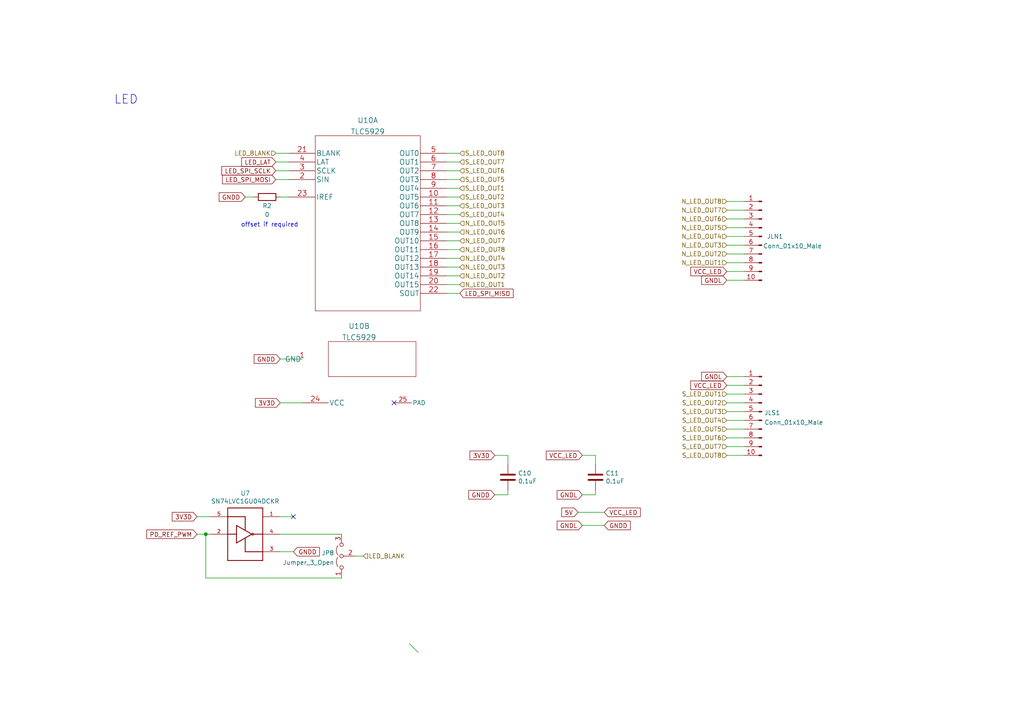
<source format=kicad_sch>
(kicad_sch (version 20211123) (generator eeschema)
  (paper "A4")
  (lib_symbols
    (symbol "Connector:Conn_01x10_Male" (pin_names (offset 1.016) hide)
      (property "Reference" "J" (at 0 12.7 0))
      (property "Value" "Conn_01x10_Male" (at 0 -15.24 0))
      (symbol "Conn_01x10_Male_1_1"
        (polyline (pts (xy 1.27 -12.7) (xy 0.8636 -12.7)) (stroke (width 0.1524)))
        (polyline (pts (xy 1.27 -10.16) (xy 0.8636 -10.16)) (stroke (width 0.1524)))
        (polyline (pts (xy 1.27 -7.62) (xy 0.8636 -7.62)) (stroke (width 0.1524)))
        (polyline (pts (xy 1.27 -5.08) (xy 0.8636 -5.08)) (stroke (width 0.1524)))
        (polyline (pts (xy 1.27 -2.54) (xy 0.8636 -2.54)) (stroke (width 0.1524)))
        (polyline (pts (xy 1.27 0) (xy 0.8636 0)) (stroke (width 0.1524)))
        (polyline (pts (xy 1.27 2.54) (xy 0.8636 2.54)) (stroke (width 0.1524)))
        (polyline (pts (xy 1.27 5.08) (xy 0.8636 5.08)) (stroke (width 0.1524)))
        (polyline (pts (xy 1.27 7.62) (xy 0.8636 7.62)) (stroke (width 0.1524)))
        (polyline (pts (xy 1.27 10.16) (xy 0.8636 10.16)) (stroke (width 0.1524)))
        (rectangle (start 0.8636 -12.573) (end 0 -12.827) (stroke (width 0.1524)) (fill (type outline)))
        (rectangle (start 0.8636 -10.033) (end 0 -10.287) (stroke (width 0.1524)) (fill (type outline)))
        (rectangle (start 0.8636 -7.493) (end 0 -7.747) (stroke (width 0.1524)) (fill (type outline)))
        (rectangle (start 0.8636 -4.953) (end 0 -5.207) (stroke (width 0.1524)) (fill (type outline)))
        (rectangle (start 0.8636 -2.413) (end 0 -2.667) (stroke (width 0.1524)) (fill (type outline)))
        (rectangle (start 0.8636 0.127) (end 0 -0.127) (stroke (width 0.1524)) (fill (type outline)))
        (rectangle (start 0.8636 2.667) (end 0 2.413) (stroke (width 0.1524)) (fill (type outline)))
        (rectangle (start 0.8636 5.207) (end 0 4.953) (stroke (width 0.1524)) (fill (type outline)))
        (rectangle (start 0.8636 7.747) (end 0 7.493) (stroke (width 0.1524)) (fill (type outline)))
        (rectangle (start 0.8636 10.287) (end 0 10.033) (stroke (width 0.1524)) (fill (type outline)))
        (pin passive line (at 5.08 10.16 180) (length 3.81) (name "Pin_1") (number "1"))
        (pin passive line (at 5.08 -12.7 180) (length 3.81) (name "Pin_10") (number "10"))
        (pin passive line (at 5.08 7.62 180) (length 3.81) (name "Pin_2") (number "2"))
        (pin passive line (at 5.08 5.08 180) (length 3.81) (name "Pin_3") (number "3"))
        (pin passive line (at 5.08 2.54 180) (length 3.81) (name "Pin_4") (number "4"))
        (pin passive line (at 5.08 0 180) (length 3.81) (name "Pin_5") (number "5"))
        (pin passive line (at 5.08 -2.54 180) (length 3.81) (name "Pin_6") (number "6"))
        (pin passive line (at 5.08 -5.08 180) (length 3.81) (name "Pin_7") (number "7"))
        (pin passive line (at 5.08 -7.62 180) (length 3.81) (name "Pin_8") (number "8"))
        (pin passive line (at 5.08 -10.16 180) (length 3.81) (name "Pin_9") (number "9"))
      )
    )
    (symbol "Device:C" (pin_numbers hide) (pin_names (offset 0.254))
      (property "Reference" "C" (at 0.635 2.54 0))
      (property "Value" "C" (at 0.635 -2.54 0))
      (symbol "C_0_1"
        (polyline (pts (xy -2.032 -0.762) (xy 2.032 -0.762)) (stroke (width 0.508)))
        (polyline (pts (xy -2.032 0.762) (xy 2.032 0.762)) (stroke (width 0.508)))
      )
      (symbol "C_1_1"
        (pin passive line (at 0 3.81 270) (length 2.794) (name "~") (number "1"))
        (pin passive line (at 0 -3.81 90) (length 2.794) (name "~") (number "2"))
      )
    )
    (symbol "Device:R" (pin_numbers hide) (pin_names (offset 0))
      (property "Reference" "R" (at 2.032 0 90))
      (property "Value" "R" (at 0 0 90))
      (symbol "R_0_1"
        (rectangle (start -1.016 -2.54) (end 1.016 2.54) (stroke (width 0.254)))
      )
      (symbol "R_1_1"
        (pin passive line (at 0 3.81 270) (length 1.27) (name "~") (number "1"))
        (pin passive line (at 0 -3.81 90) (length 1.27) (name "~") (number "2"))
      )
    )
    (symbol "Jumper:Jumper_3_Open" (pin_names (offset 0) hide)
      (property "Reference" "JP" (at -2.54 -2.54 0))
      (property "Value" "Jumper_3_Open" (at 0 2.794 0))
      (symbol "Jumper_3_Open_0_0"
        (circle (center -3.302 0) (radius 0.508))
        (circle (center 0 0) (radius 0.508))
        (circle (center 3.302 0) (radius 0.508))
      )
      (symbol "Jumper_3_Open_0_1"
        (arc (start -0.254 1.016) (mid -1.651 1.4992) (end -3.048 1.016))
        (polyline (pts (xy 0 -0.508) (xy 0 -1.27)))
        (arc (start 3.048 1.016) (mid 1.651 1.4992) (end 0.254 1.016))
      )
      (symbol "Jumper_3_Open_1_1"
        (pin passive line (at -6.35 0 0) (length 2.54) (name "A") (number "1"))
        (pin input line (at 0 -3.81 90) (length 2.54) (name "C") (number "2"))
        (pin passive line (at 6.35 0 180) (length 2.54) (name "B") (number "3"))
      )
    )
    (symbol "Ninja-qPCR:SN74LVC1G04DBVR" (pin_names (offset 1.016) hide)
      (property "Reference" "U" (at -5.08 8.6106 0))
      (property "Value" "Ninja-qPCR_SN74LVC1G04DBVR" (at -5.08 -10.16 0))
      (symbol "SN74LVC1G04DBVR_0_0"
        (polyline (pts (xy -5.08 -7.62) (xy 5.08 -7.62)) (stroke (width 0.254)))
        (polyline (pts (xy -5.08 0) (xy -2.54 0)) (stroke (width 0.254)))
        (polyline (pts (xy -5.08 5.08) (xy 0 5.08)) (stroke (width 0.254)))
        (polyline (pts (xy -5.08 7.62) (xy -5.08 -7.62)) (stroke (width 0.254)))
        (polyline (pts (xy -2.54 -2.54) (xy -2.54 0)) (stroke (width 0.254)))
        (polyline (pts (xy -2.54 0) (xy -2.54 2.54)) (stroke (width 0.254)))
        (polyline (pts (xy -2.54 2.54) (xy 1.905 0)) (stroke (width 0.254)))
        (polyline (pts (xy 0 -5.08) (xy 5.08 -5.08)) (stroke (width 0.254)))
        (polyline (pts (xy 0 -1.143) (xy 0 -5.08)) (stroke (width 0.254)))
        (polyline (pts (xy 0 5.08) (xy 0 1.143)) (stroke (width 0.254)))
        (polyline (pts (xy 1.905 0) (xy -2.54 -2.54)) (stroke (width 0.254)))
        (polyline (pts (xy 2.54 0) (xy 5.08 0)) (stroke (width 0.254)))
        (polyline (pts (xy 5.08 -7.62) (xy 5.08 7.62)) (stroke (width 0.254)))
        (polyline (pts (xy 5.08 7.62) (xy -5.08 7.62)) (stroke (width 0.254)))
        (circle (center 2.1844 0) (radius 0.254) (stroke (width 0.254)))
        (pin passive line (at 10.16 5.08 180) (length 5.08) (name "~") (number "1"))
        (pin input line (at -10.16 0 0) (length 5.08) (name "~") (number "2"))
        (pin power_in line (at 10.16 -5.08 180) (length 5.08) (name "~") (number "3"))
        (pin output line (at 10.16 0 180) (length 5.08) (name "~") (number "4"))
        (pin power_in line (at -10.16 5.08 0) (length 5.08) (name "~") (number "5"))
      )
    )
    (symbol "Ninja-qPCR:TLC5929" (pin_names (offset 0.254))
      (property "Reference" "U" (at 22.86 10.16 0))
      (property "Value" "TLC5929" (at 22.86 7.62 0))
      (symbol "TLC5929_1_1"
        (polyline (pts (xy 7.62 -45.72) (xy 38.1 -45.72)) (stroke (width 0.127)))
        (polyline (pts (xy 7.62 5.08) (xy 7.62 -45.72)) (stroke (width 0.127)))
        (polyline (pts (xy 38.1 -45.72) (xy 38.1 5.08)) (stroke (width 0.127)))
        (polyline (pts (xy 38.1 5.08) (xy 7.62 5.08)) (stroke (width 0.127)))
        (pin output line (at 45.72 -12.7 180) (length 7.62) (name "OUT5") (number "10"))
        (pin output line (at 45.72 -15.24 180) (length 7.62) (name "OUT6") (number "11"))
        (pin output line (at 45.72 -17.78 180) (length 7.62) (name "OUT7") (number "12"))
        (pin output line (at 45.72 -20.32 180) (length 7.62) (name "OUT8") (number "13"))
        (pin output line (at 45.72 -22.86 180) (length 7.62) (name "OUT9") (number "14"))
        (pin output line (at 45.72 -25.4 180) (length 7.62) (name "OUT10") (number "15"))
        (pin output line (at 45.72 -27.94 180) (length 7.62) (name "OUT11") (number "16"))
        (pin output line (at 45.72 -30.48 180) (length 7.62) (name "OUT12") (number "17"))
        (pin output line (at 45.72 -33.02 180) (length 7.62) (name "OUT13") (number "18"))
        (pin output line (at 45.72 -35.56 180) (length 7.62) (name "OUT14") (number "19"))
        (pin input line (at 0 -7.62 0) (length 7.62) (name "SIN") (number "2"))
        (pin output line (at 45.72 -38.1 180) (length 7.62) (name "OUT15") (number "20"))
        (pin input line (at 0 0 0) (length 7.62) (name "BLANK") (number "21"))
        (pin output line (at 45.72 -40.64 180) (length 7.62) (name "SOUT") (number "22"))
        (pin bidirectional line (at 0 -12.7 0) (length 7.62) (name "IREF") (number "23"))
        (pin input line (at 0 -5.08 0) (length 7.62) (name "SCLK") (number "3"))
        (pin input line (at 0 -2.54 0) (length 7.62) (name "LAT") (number "4"))
        (pin output line (at 45.72 0 180) (length 7.62) (name "OUT0") (number "5"))
        (pin output line (at 45.72 -2.54 180) (length 7.62) (name "OUT1") (number "6"))
        (pin output line (at 45.72 -5.08 180) (length 7.62) (name "OUT2") (number "7"))
        (pin output line (at 45.72 -7.62 180) (length 7.62) (name "OUT3") (number "8"))
        (pin output line (at 45.72 -10.16 180) (length 7.62) (name "OUT4") (number "9"))
      )
      (symbol "TLC5929_2_1"
        (polyline (pts (xy 7.62 -5.08) (xy 33.02 -5.08)) (stroke (width 0.127)))
        (polyline (pts (xy 7.62 5.08) (xy 7.62 -5.08)) (stroke (width 0.127)))
        (polyline (pts (xy 33.02 -5.08) (xy 33.02 5.08)) (stroke (width 0.127)))
        (polyline (pts (xy 33.02 5.08) (xy 7.62 5.08)) (stroke (width 0.127)))
        (pin power_in line (at 0 0 180) (length 0) (name "GND") (number "1"))
        (pin power_in line (at 0 -12.7 0) (length 7.62) (name "VCC") (number "24"))
      )
    )
    (symbol "TLC5929_1" (pin_names (offset 0.254))
      (property "Reference" "U" (at 22.86 10.16 0))
      (property "Value" "TLC5929_1" (at 22.86 7.62 0))
      (symbol "TLC5929_1_1_1"
        (polyline (pts (xy 7.62 -45.72) (xy 38.1 -45.72)) (stroke (width 0.127)))
        (polyline (pts (xy 7.62 5.08) (xy 7.62 -45.72)) (stroke (width 0.127)))
        (polyline (pts (xy 38.1 -45.72) (xy 38.1 5.08)) (stroke (width 0.127)))
        (polyline (pts (xy 38.1 5.08) (xy 7.62 5.08)) (stroke (width 0.127)))
        (pin output line (at 45.72 -12.7 180) (length 7.62) (name "OUT5") (number "10"))
        (pin output line (at 45.72 -15.24 180) (length 7.62) (name "OUT6") (number "11"))
        (pin output line (at 45.72 -17.78 180) (length 7.62) (name "OUT7") (number "12"))
        (pin output line (at 45.72 -20.32 180) (length 7.62) (name "OUT8") (number "13"))
        (pin output line (at 45.72 -22.86 180) (length 7.62) (name "OUT9") (number "14"))
        (pin output line (at 45.72 -25.4 180) (length 7.62) (name "OUT10") (number "15"))
        (pin output line (at 45.72 -27.94 180) (length 7.62) (name "OUT11") (number "16"))
        (pin output line (at 45.72 -30.48 180) (length 7.62) (name "OUT12") (number "17"))
        (pin output line (at 45.72 -33.02 180) (length 7.62) (name "OUT13") (number "18"))
        (pin output line (at 45.72 -35.56 180) (length 7.62) (name "OUT14") (number "19"))
        (pin input line (at 0 -7.62 0) (length 7.62) (name "SIN") (number "2"))
        (pin output line (at 45.72 -38.1 180) (length 7.62) (name "OUT15") (number "20"))
        (pin input line (at 0 0 0) (length 7.62) (name "BLANK") (number "21"))
        (pin output line (at 45.72 -40.64 180) (length 7.62) (name "SOUT") (number "22"))
        (pin bidirectional line (at 0 -12.7 0) (length 7.62) (name "IREF") (number "23"))
        (pin input line (at 26.67 -12.7 0) (length 5.08) (name "PAD") (number "25-UA"))
        (pin input line (at 0 -5.08 0) (length 7.62) (name "SCLK") (number "3"))
        (pin input line (at 0 -2.54 0) (length 7.62) (name "LAT") (number "4"))
        (pin output line (at 45.72 0 180) (length 7.62) (name "OUT0") (number "5"))
        (pin output line (at 45.72 -2.54 180) (length 7.62) (name "OUT1") (number "6"))
        (pin output line (at 45.72 -5.08 180) (length 7.62) (name "OUT2") (number "7"))
        (pin output line (at 45.72 -7.62 180) (length 7.62) (name "OUT3") (number "8"))
        (pin output line (at 45.72 -10.16 180) (length 7.62) (name "OUT4") (number "9"))
      )
      (symbol "TLC5929_1_2_1"
        (polyline (pts (xy 7.62 -5.08) (xy 33.02 -5.08)) (stroke (width 0.127)))
        (polyline (pts (xy 7.62 5.08) (xy 7.62 -5.08)) (stroke (width 0.127)))
        (polyline (pts (xy 33.02 -5.08) (xy 33.02 5.08)) (stroke (width 0.127)))
        (polyline (pts (xy 33.02 5.08) (xy 7.62 5.08)) (stroke (width 0.127)))
        (pin power_in line (at 0 0 180) (length 0) (name "GND") (number "1"))
        (pin power_in line (at 0 -12.7 0) (length 7.62) (name "VCC") (number "24"))
        (pin input line (at 26.67 -12.7 0) (length 5.08) (name "PAD") (number "25"))
      )
    )
  )
  (junction (at 59.69 154.94))
  (no_connect (at 85.09 149.86))
  (no_connect (at 114.3 116.84))
  (bus_entry (at 118.745 186.69) (size 2.54 2.54))
  (wire (pts (xy 147.32 134.62) (xy 147.32 132.08)))
  (wire (pts (xy 129.54 64.77) (xy 133.35 64.77)))
  (wire (pts (xy 129.54 59.69) (xy 133.35 59.69)))
  (wire (pts (xy 215.9 121.92) (xy 210.82 121.92)))
  (wire (pts (xy 102.87 161.29) (xy 105.41 161.29)))
  (wire (pts (xy 129.54 49.53) (xy 133.35 49.53)))
  (wire (pts (xy 168.91 152.4) (xy 175.26 152.4)))
  (wire (pts (xy 215.9 81.28) (xy 210.82 81.28)))
  (wire (pts (xy 81.28 154.94) (xy 99.06 154.94)))
  (wire (pts (xy 85.09 160.02) (xy 81.28 160.02)))
  (wire (pts (xy 129.54 54.61) (xy 133.35 54.61)))
  (wire (pts (xy 168.91 143.51) (xy 172.72 143.51)))
  (wire (pts (xy 81.28 116.84) (xy 87.63 116.84)))
  (wire (pts (xy 80.01 52.07) (xy 83.82 52.07)))
  (wire (pts (xy 215.9 111.76) (xy 210.82 111.76)))
  (wire (pts (xy 80.01 44.45) (xy 83.82 44.45)))
  (wire (pts (xy 85.09 149.86) (xy 81.28 149.86)))
  (wire (pts (xy 215.9 73.66) (xy 210.82 73.66)))
  (wire (pts (xy 80.01 49.53) (xy 83.82 49.53)))
  (wire (pts (xy 215.9 124.46) (xy 210.82 124.46)))
  (wire (pts (xy 129.54 80.01) (xy 133.35 80.01)))
  (wire (pts (xy 147.32 143.51) (xy 147.32 142.24)))
  (wire (pts (xy 129.54 62.23) (xy 133.35 62.23)))
  (wire (pts (xy 60.96 149.86) (xy 57.15 149.86)))
  (wire (pts (xy 215.9 78.74) (xy 210.82 78.74)))
  (wire (pts (xy 215.9 71.12) (xy 210.82 71.12)))
  (wire (pts (xy 129.54 69.85) (xy 133.35 69.85)))
  (wire (pts (xy 57.15 154.94) (xy 59.69 154.94)))
  (wire (pts (xy 71.12 57.15) (xy 73.66 57.15)))
  (wire (pts (xy 215.9 119.38) (xy 210.82 119.38)))
  (wire (pts (xy 215.9 58.42) (xy 210.82 58.42)))
  (wire (pts (xy 215.9 60.96) (xy 210.82 60.96)))
  (wire (pts (xy 129.54 57.15) (xy 133.35 57.15)))
  (wire (pts (xy 143.51 143.51) (xy 147.32 143.51)))
  (wire (pts (xy 81.28 104.14) (xy 87.63 104.14)))
  (wire (pts (xy 129.54 44.45) (xy 133.35 44.45)))
  (wire (pts (xy 129.54 52.07) (xy 133.35 52.07)))
  (wire (pts (xy 129.54 74.93) (xy 133.35 74.93)))
  (wire (pts (xy 215.9 132.08) (xy 210.82 132.08)))
  (wire (pts (xy 215.9 109.22) (xy 210.82 109.22)))
  (wire (pts (xy 215.9 114.3) (xy 210.82 114.3)))
  (wire (pts (xy 168.91 132.08) (xy 172.72 132.08)))
  (wire (pts (xy 167.64 148.59) (xy 175.26 148.59)))
  (wire (pts (xy 129.54 46.99) (xy 133.35 46.99)))
  (wire (pts (xy 129.54 72.39) (xy 133.35 72.39)))
  (wire (pts (xy 215.9 116.84) (xy 210.82 116.84)))
  (wire (pts (xy 99.06 167.64) (xy 59.69 167.64)))
  (wire (pts (xy 129.54 77.47) (xy 133.35 77.47)))
  (wire (pts (xy 83.82 57.15) (xy 81.28 57.15)))
  (wire (pts (xy 215.9 76.2) (xy 210.82 76.2)))
  (wire (pts (xy 215.9 129.54) (xy 210.82 129.54)))
  (wire (pts (xy 129.54 85.09) (xy 133.35 85.09)))
  (wire (pts (xy 147.32 132.08) (xy 143.51 132.08)))
  (wire (pts (xy 59.69 167.64) (xy 59.69 154.94)))
  (wire (pts (xy 215.9 68.58) (xy 210.82 68.58)))
  (wire (pts (xy 172.72 143.51) (xy 172.72 142.24)))
  (wire (pts (xy 59.69 154.94) (xy 60.96 154.94)))
  (wire (pts (xy 215.9 127) (xy 210.82 127)))
  (wire (pts (xy 129.54 67.31) (xy 133.35 67.31)))
  (wire (pts (xy 129.54 82.55) (xy 133.35 82.55)))
  (wire (pts (xy 215.9 66.04) (xy 210.82 66.04)))
  (wire (pts (xy 215.9 63.5) (xy 210.82 63.5)))
  (wire (pts (xy 172.72 132.08) (xy 172.72 134.62)))
  (wire (pts (xy 80.01 46.99) (xy 83.82 46.99)))
  (text "offset if required" (at 69.85 66.04 0) (effects (font (size 1.27 1.27)) (justify left bottom)))
  (text "LED" (at 33.02 30.48 0) (effects (font (size 2.54 2.54)) (justify left bottom)))
  (global_label "VCC_LED" (shape input) (at 168.91 132.08 180) (property "Intersheet References" "${INTERSHEET_REFS}" (effects hide)))
  (global_label "GNDL" (shape input) (at 168.91 143.51 180) (property "Intersheet References" "${INTERSHEET_REFS}" (effects hide)))
  (global_label "3V3D" (shape input) (at 57.15 149.86 180) (property "Intersheet References" "${INTERSHEET_REFS}" (effects hide)))
  (global_label "VCC_LED" (shape input) (at 175.26 148.59 0) (property "Intersheet References" "${INTERSHEET_REFS}" (effects hide)))
  (global_label "GNDL" (shape input) (at 168.91 152.4 180) (property "Intersheet References" "${INTERSHEET_REFS}" (effects hide)))
  (global_label "LED_SPI_SCLK" (shape input) (at 80.01 49.53 180) (property "Intersheet References" "${INTERSHEET_REFS}" (effects hide)))
  (global_label "LED_SPI_MOSI" (shape input) (at 80.01 52.07 180) (property "Intersheet References" "${INTERSHEET_REFS}" (effects hide)))
  (global_label "GNDL" (shape input) (at 210.82 81.28 180) (property "Intersheet References" "${INTERSHEET_REFS}" (effects hide)))
  (global_label "LED_SPI_MISO" (shape input) (at 133.35 85.09 0) (property "Intersheet References" "${INTERSHEET_REFS}" (effects hide)))
  (global_label "GNDD" (shape input) (at 81.28 104.14 180) (property "Intersheet References" "${INTERSHEET_REFS}" (effects hide)))
  (global_label "5V" (shape input) (at 167.64 148.59 180) (property "Intersheet References" "${INTERSHEET_REFS}" (effects hide)))
  (global_label "GNDD" (shape input) (at 175.26 152.4 0) (property "Intersheet References" "${INTERSHEET_REFS}" (effects hide)))
  (global_label "GNDD" (shape input) (at 143.51 143.51 180) (property "Intersheet References" "${INTERSHEET_REFS}" (effects hide)))
  (global_label "3V3D" (shape input) (at 143.51 132.08 180) (property "Intersheet References" "${INTERSHEET_REFS}" (effects hide)))
  (global_label "VCC_LED" (shape input) (at 210.82 78.74 180) (property "Intersheet References" "${INTERSHEET_REFS}" (effects hide)))
  (global_label "PD_REF_PWM" (shape input) (at 57.15 154.94 180) (property "Intersheet References" "${INTERSHEET_REFS}" (effects hide)))
  (global_label "GNDD" (shape input) (at 85.09 160.02 0) (property "Intersheet References" "${INTERSHEET_REFS}" (effects hide)))
  (global_label "LED_LAT" (shape input) (at 80.01 46.99 180) (property "Intersheet References" "${INTERSHEET_REFS}" (effects hide)))
  (global_label "GNDL" (shape input) (at 210.82 109.22 180) (property "Intersheet References" "${INTERSHEET_REFS}" (effects hide)))
  (global_label "GNDD" (shape input) (at 71.12 57.15 180) (property "Intersheet References" "${INTERSHEET_REFS}" (effects hide)))
  (global_label "3V3D" (shape input) (at 81.28 116.84 180) (property "Intersheet References" "${INTERSHEET_REFS}" (effects hide)))
  (global_label "VCC_LED" (shape input) (at 210.82 111.76 180) (property "Intersheet References" "${INTERSHEET_REFS}" (effects hide)))
  (hierarchical_label "N_LED_OUT1" (shape input) (at 133.35 82.55 0))
  (hierarchical_label "S_LED_OUT1" (shape input) (at 133.35 54.61 0))
  (hierarchical_label "N_LED_OUT8" (shape input) (at 210.82 58.42 180))
  (hierarchical_label "S_LED_OUT2" (shape input) (at 133.35 57.15 0))
  (hierarchical_label "S_LED_OUT5" (shape input) (at 210.82 124.46 180))
  (hierarchical_label "S_LED_OUT8" (shape input) (at 133.35 44.45 0))
  (hierarchical_label "N_LED_OUT2" (shape input) (at 210.82 73.66 180))
  (hierarchical_label "S_LED_OUT6" (shape input) (at 210.82 127 180))
  (hierarchical_label "N_LED_OUT5" (shape input) (at 210.82 66.04 180))
  (hierarchical_label "N_LED_OUT8" (shape input) (at 133.35 72.39 0))
  (hierarchical_label "N_LED_OUT2" (shape input) (at 133.35 80.01 0))
  (hierarchical_label "LED_BLANK" (shape input) (at 105.41 161.29 0))
  (hierarchical_label "S_LED_OUT3" (shape input) (at 210.82 119.38 180))
  (hierarchical_label "N_LED_OUT3" (shape input) (at 133.35 77.47 0))
  (hierarchical_label "S_LED_OUT7" (shape input) (at 210.82 129.54 180))
  (hierarchical_label "N_LED_OUT6" (shape input) (at 210.82 63.5 180))
  (hierarchical_label "S_LED_OUT1" (shape input) (at 210.82 114.3 180))
  (hierarchical_label "S_LED_OUT4" (shape input) (at 210.82 121.92 180))
  (hierarchical_label "N_LED_OUT3" (shape input) (at 210.82 71.12 180))
  (hierarchical_label "S_LED_OUT4" (shape input) (at 133.35 62.23 0))
  (hierarchical_label "S_LED_OUT8" (shape input) (at 210.82 132.08 180))
  (hierarchical_label "S_LED_OUT6" (shape input) (at 133.35 49.53 0))
  (hierarchical_label "S_LED_OUT3" (shape input) (at 133.35 59.69 0))
  (hierarchical_label "N_LED_OUT1" (shape input) (at 210.82 76.2 180))
  (hierarchical_label "N_LED_OUT4" (shape input) (at 210.82 68.58 180))
  (hierarchical_label "N_LED_OUT5" (shape input) (at 133.35 64.77 0))
  (hierarchical_label "S_LED_OUT5" (shape input) (at 133.35 52.07 0))
  (hierarchical_label "S_LED_OUT2" (shape input) (at 210.82 116.84 180))
  (hierarchical_label "N_LED_OUT4" (shape input) (at 133.35 74.93 0))
  (hierarchical_label "S_LED_OUT7" (shape input) (at 133.35 46.99 0))
  (hierarchical_label "N_LED_OUT7" (shape input) (at 210.82 60.96 180))
  (hierarchical_label "N_LED_OUT7" (shape input) (at 133.35 69.85 0))
  (hierarchical_label "N_LED_OUT6" (shape input) (at 133.35 67.31 0))
  (hierarchical_label "LED_BLANK" (shape input) (at 80.01 44.45 180))
  (symbol (lib_id "Device:C") (at 147.32 138.43 0) (unit 1)
    (property "Reference" "C10" (at 150.241 137.2616 0) (effects (justify left)))
    (property "Value" "0.1uF" (at 150.241 139.573 0) (effects (justify left)))
    (property "Footprint" "Capacitor_SMD:C_0603_1608Metric" (effects hide))
  )
  (symbol (lib_id "Device:C") (at 172.72 138.43 0) (unit 1)
    (property "Reference" "C11" (at 175.641 137.2616 0) (effects (justify left)))
    (property "Value" "0.1uF" (at 175.641 139.573 0) (effects (justify left)))
    (property "Footprint" "Capacitor_SMD:C_0603_1608Metric" (effects hide))
  )
  (symbol (lib_name "TLC5929_1") (lib_id "Ninja-qPCR:TLC5929") (at 87.63 104.14 0) (unit 2)
    (property "Reference" "U10" (at 104.1717 94.5925 0) (effects (font (size 1.524 1.524))))
    (property "Value" "TLC5929" (at 104.1717 97.8715 0) (effects (font (size 1.524 1.524))))
    (property "Footprint" "Package_SO:HTSSOP-24-1EP_4.4x7.8mm_P0.65mm_EP3.4x7.8mm_Mask2.4x4.68mm_ThermalVias" (effects hide))
  )
  (symbol (lib_id "Ninja-qPCR:SN74LVC1G04DBVR") (at 71.12 154.94 0) (unit 1)
    (property "Reference" "U7" (at 71.12 143.0782 0))
    (property "Value" "SN74LVC1GU04DCKR" (at 71.12 145.3896 0))
    (property "Footprint" "Ninja-qPCR:SN74LVC1GU04DBVR" (effects hide))
    (property "Datasheet" "IPC-7351B" (effects hide))
    (property "Field4" "1.45mm" (effects hide))
    (property "Field5" "AD" (effects hide))
    (property "Field6" "Texas Instruments" (effects hide))
  )
  (symbol (lib_id "Ninja-qPCR:TLC5929") (at 83.82 44.45 0) (unit 1)
    (property "Reference" "U10" (at 106.68 34.9026 0) (effects (font (size 1.524 1.524))))
    (property "Value" "TLC5929" (at 106.68 38.1816 0) (effects (font (size 1.524 1.524))))
    (property "Footprint" "Package_SO:HTSSOP-24-1EP_4.4x7.8mm_P0.65mm_EP3.4x7.8mm_Mask2.4x4.68mm_ThermalVias" (effects hide))
  )
  (symbol (lib_id "Connector:Conn_01x10_Male") (at 220.98 68.58 0) (mirror y) (unit 1)
    (property "Reference" "JLN1" (at 224.79 68.58 0))
    (property "Value" "Conn_01x10_Male" (at 229.87 71.3551 0))
    (property "Footprint" "Connector_PinHeader_2.54mm:PinHeader_1x10_P2.54mm_Vertical" (effects hide))
  )
  (symbol (lib_id "Connector:Conn_01x10_Male") (at 220.98 119.38 0) (mirror y) (unit 1)
    (property "Reference" "JLS1" (at 221.6912 119.7415 0) (effects (justify right)))
    (property "Value" "Conn_01x10_Male" (at 221.6912 122.5166 0) (effects (justify right)))
    (property "Footprint" "Connector_PinHeader_2.54mm:PinHeader_1x10_P2.54mm_Vertical" (effects hide))
  )
  (symbol (lib_id "Device:R") (at 77.47 57.15 270) (unit 1)
    (property "Reference" "R2" (at 77.47 59.69 90))
    (property "Value" "0" (at 77.47 62.23 90))
    (property "Footprint" "Resistor_SMD:R_0603_1608Metric" (effects hide))
  )
  (symbol (lib_id "Jumper:Jumper_3_Open") (at 99.06 161.29 90) (unit 1)
    (property "Reference" "JP8" (at 96.9259 160.3815 90) (effects (justify left)))
    (property "Value" "Jumper_3_Open" (at 96.9259 163.1566 90) (effects (justify left)))
    (property "Footprint" "Jumper:SolderJumper-3_P2.0mm_Open_TrianglePad1.0x1.5mm" (effects hide))
  )
)
</source>
